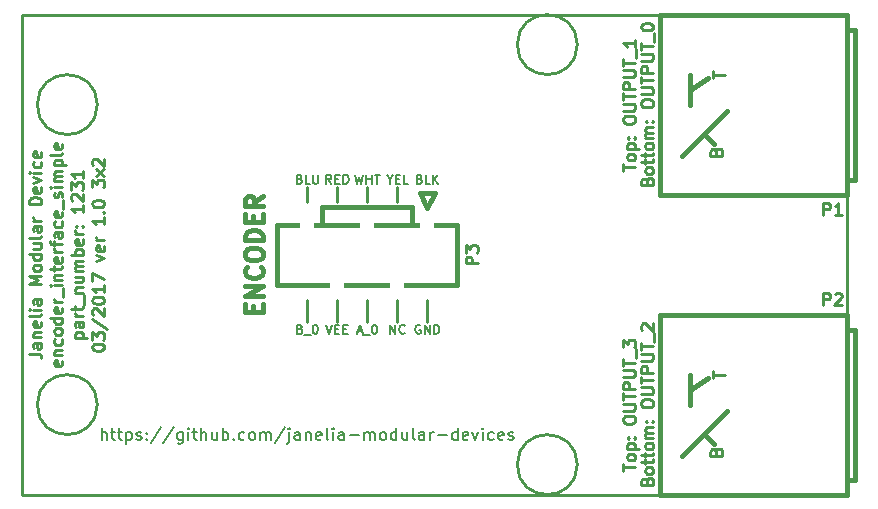
<source format=gto>
G04 #@! TF.GenerationSoftware,KiCad,Pcbnew,no-vcs-found-a592832~58~ubuntu16.04.1*
G04 #@! TF.CreationDate,2017-03-09T13:35:24-05:00*
G04 #@! TF.ProjectId,encoder_interface_simple_3x2,656E636F6465725F696E746572666163,1.0*
G04 #@! TF.FileFunction,Legend,Top*
G04 #@! TF.FilePolarity,Positive*
%FSLAX46Y46*%
G04 Gerber Fmt 4.6, Leading zero omitted, Abs format (unit mm)*
G04 Created by KiCad (PCBNEW no-vcs-found-a592832~58~ubuntu16.04.1) date Thu Mar  9 13:35:24 2017*
%MOMM*%
%LPD*%
G01*
G04 APERTURE LIST*
%ADD10C,0.100000*%
%ADD11C,0.381000*%
%ADD12C,0.228600*%
%ADD13C,0.190500*%
%ADD14C,0.254000*%
%ADD15O,1.854200X2.540000*%
%ADD16R,1.854200X2.540000*%
%ADD17C,3.556000*%
%ADD18O,5.080000X3.048000*%
%ADD19O,2.032000X1.524000*%
%ADD20O,1.524000X2.032000*%
%ADD21R,1.270000X3.175000*%
G04 APERTURE END LIST*
D10*
D11*
X105301142Y-93798571D02*
X105301142Y-93290571D01*
X106099428Y-93072857D02*
X106099428Y-93798571D01*
X104575428Y-93798571D01*
X104575428Y-93072857D01*
X106099428Y-92419714D02*
X104575428Y-92419714D01*
X106099428Y-91548857D01*
X104575428Y-91548857D01*
X105954285Y-89952285D02*
X106026857Y-90024857D01*
X106099428Y-90242571D01*
X106099428Y-90387714D01*
X106026857Y-90605428D01*
X105881714Y-90750571D01*
X105736571Y-90823142D01*
X105446285Y-90895714D01*
X105228571Y-90895714D01*
X104938285Y-90823142D01*
X104793142Y-90750571D01*
X104648000Y-90605428D01*
X104575428Y-90387714D01*
X104575428Y-90242571D01*
X104648000Y-90024857D01*
X104720571Y-89952285D01*
X104575428Y-89008857D02*
X104575428Y-88718571D01*
X104648000Y-88573428D01*
X104793142Y-88428285D01*
X105083428Y-88355714D01*
X105591428Y-88355714D01*
X105881714Y-88428285D01*
X106026857Y-88573428D01*
X106099428Y-88718571D01*
X106099428Y-89008857D01*
X106026857Y-89154000D01*
X105881714Y-89299142D01*
X105591428Y-89371714D01*
X105083428Y-89371714D01*
X104793142Y-89299142D01*
X104648000Y-89154000D01*
X104575428Y-89008857D01*
X106099428Y-87702571D02*
X104575428Y-87702571D01*
X104575428Y-87339714D01*
X104648000Y-87122000D01*
X104793142Y-86976857D01*
X104938285Y-86904285D01*
X105228571Y-86831714D01*
X105446285Y-86831714D01*
X105736571Y-86904285D01*
X105881714Y-86976857D01*
X106026857Y-87122000D01*
X106099428Y-87339714D01*
X106099428Y-87702571D01*
X105301142Y-86178571D02*
X105301142Y-85670571D01*
X106099428Y-85452857D02*
X106099428Y-86178571D01*
X104575428Y-86178571D01*
X104575428Y-85452857D01*
X106099428Y-83928857D02*
X105373714Y-84436857D01*
X106099428Y-84799714D02*
X104575428Y-84799714D01*
X104575428Y-84219142D01*
X104648000Y-84074000D01*
X104720571Y-84001428D01*
X104865714Y-83928857D01*
X105083428Y-83928857D01*
X105228571Y-84001428D01*
X105301142Y-84074000D01*
X105373714Y-84219142D01*
X105373714Y-84799714D01*
D12*
X117475000Y-92710000D02*
X117475000Y-94615000D01*
X112395000Y-92710000D02*
X112395000Y-94615000D01*
X109855000Y-92710000D02*
X109855000Y-94615000D01*
X120015000Y-92710000D02*
X120015000Y-94615000D01*
X114935000Y-92710000D02*
X114935000Y-94615000D01*
X117475000Y-84455000D02*
X117475000Y-83185000D01*
X114935000Y-84455000D02*
X114935000Y-83185000D01*
X112395000Y-84455000D02*
X112395000Y-83185000D01*
X109855000Y-84455000D02*
X109855000Y-83185000D01*
D13*
X114100428Y-95377000D02*
X114463285Y-95377000D01*
X114027857Y-95594714D02*
X114281857Y-94832714D01*
X114535857Y-95594714D01*
X114608428Y-95667285D02*
X115189000Y-95667285D01*
X115515571Y-94832714D02*
X115588142Y-94832714D01*
X115660714Y-94869000D01*
X115697000Y-94905285D01*
X115733285Y-94977857D01*
X115769571Y-95123000D01*
X115769571Y-95304428D01*
X115733285Y-95449571D01*
X115697000Y-95522142D01*
X115660714Y-95558428D01*
X115588142Y-95594714D01*
X115515571Y-95594714D01*
X115443000Y-95558428D01*
X115406714Y-95522142D01*
X115370428Y-95449571D01*
X115334142Y-95304428D01*
X115334142Y-95123000D01*
X115370428Y-94977857D01*
X115406714Y-94905285D01*
X115443000Y-94869000D01*
X115515571Y-94832714D01*
X109256285Y-95195571D02*
X109365142Y-95231857D01*
X109401428Y-95268142D01*
X109437714Y-95340714D01*
X109437714Y-95449571D01*
X109401428Y-95522142D01*
X109365142Y-95558428D01*
X109292571Y-95594714D01*
X109002285Y-95594714D01*
X109002285Y-94832714D01*
X109256285Y-94832714D01*
X109328857Y-94869000D01*
X109365142Y-94905285D01*
X109401428Y-94977857D01*
X109401428Y-95050428D01*
X109365142Y-95123000D01*
X109328857Y-95159285D01*
X109256285Y-95195571D01*
X109002285Y-95195571D01*
X109582857Y-95667285D02*
X110163428Y-95667285D01*
X110490000Y-94832714D02*
X110562571Y-94832714D01*
X110635142Y-94869000D01*
X110671428Y-94905285D01*
X110707714Y-94977857D01*
X110744000Y-95123000D01*
X110744000Y-95304428D01*
X110707714Y-95449571D01*
X110671428Y-95522142D01*
X110635142Y-95558428D01*
X110562571Y-95594714D01*
X110490000Y-95594714D01*
X110417428Y-95558428D01*
X110381142Y-95522142D01*
X110344857Y-95449571D01*
X110308571Y-95304428D01*
X110308571Y-95123000D01*
X110344857Y-94977857D01*
X110381142Y-94905285D01*
X110417428Y-94869000D01*
X110490000Y-94832714D01*
X111451571Y-94832714D02*
X111705571Y-95594714D01*
X111959571Y-94832714D01*
X112213571Y-95195571D02*
X112467571Y-95195571D01*
X112576428Y-95594714D02*
X112213571Y-95594714D01*
X112213571Y-94832714D01*
X112576428Y-94832714D01*
X112903000Y-95195571D02*
X113157000Y-95195571D01*
X113265857Y-95594714D02*
X112903000Y-95594714D01*
X112903000Y-94832714D01*
X113265857Y-94832714D01*
X116876285Y-95594714D02*
X116876285Y-94832714D01*
X117311714Y-95594714D01*
X117311714Y-94832714D01*
X118110000Y-95522142D02*
X118073714Y-95558428D01*
X117964857Y-95594714D01*
X117892285Y-95594714D01*
X117783428Y-95558428D01*
X117710857Y-95485857D01*
X117674571Y-95413285D01*
X117638285Y-95268142D01*
X117638285Y-95159285D01*
X117674571Y-95014142D01*
X117710857Y-94941571D01*
X117783428Y-94869000D01*
X117892285Y-94832714D01*
X117964857Y-94832714D01*
X118073714Y-94869000D01*
X118110000Y-94905285D01*
X119434428Y-94869000D02*
X119361857Y-94832714D01*
X119253000Y-94832714D01*
X119144142Y-94869000D01*
X119071571Y-94941571D01*
X119035285Y-95014142D01*
X118999000Y-95159285D01*
X118999000Y-95268142D01*
X119035285Y-95413285D01*
X119071571Y-95485857D01*
X119144142Y-95558428D01*
X119253000Y-95594714D01*
X119325571Y-95594714D01*
X119434428Y-95558428D01*
X119470714Y-95522142D01*
X119470714Y-95268142D01*
X119325571Y-95268142D01*
X119797285Y-95594714D02*
X119797285Y-94832714D01*
X120232714Y-95594714D01*
X120232714Y-94832714D01*
X120595571Y-95594714D02*
X120595571Y-94832714D01*
X120777000Y-94832714D01*
X120885857Y-94869000D01*
X120958428Y-94941571D01*
X120994714Y-95014142D01*
X121031000Y-95159285D01*
X121031000Y-95268142D01*
X120994714Y-95413285D01*
X120958428Y-95485857D01*
X120885857Y-95558428D01*
X120777000Y-95594714D01*
X120595571Y-95594714D01*
X111905142Y-82894714D02*
X111651142Y-82531857D01*
X111469714Y-82894714D02*
X111469714Y-82132714D01*
X111760000Y-82132714D01*
X111832571Y-82169000D01*
X111868857Y-82205285D01*
X111905142Y-82277857D01*
X111905142Y-82386714D01*
X111868857Y-82459285D01*
X111832571Y-82495571D01*
X111760000Y-82531857D01*
X111469714Y-82531857D01*
X112231714Y-82495571D02*
X112485714Y-82495571D01*
X112594571Y-82894714D02*
X112231714Y-82894714D01*
X112231714Y-82132714D01*
X112594571Y-82132714D01*
X112921142Y-82894714D02*
X112921142Y-82132714D01*
X113102571Y-82132714D01*
X113211428Y-82169000D01*
X113284000Y-82241571D01*
X113320285Y-82314142D01*
X113356571Y-82459285D01*
X113356571Y-82568142D01*
X113320285Y-82713285D01*
X113284000Y-82785857D01*
X113211428Y-82858428D01*
X113102571Y-82894714D01*
X112921142Y-82894714D01*
X119380000Y-82495571D02*
X119488857Y-82531857D01*
X119525142Y-82568142D01*
X119561428Y-82640714D01*
X119561428Y-82749571D01*
X119525142Y-82822142D01*
X119488857Y-82858428D01*
X119416285Y-82894714D01*
X119126000Y-82894714D01*
X119126000Y-82132714D01*
X119380000Y-82132714D01*
X119452571Y-82169000D01*
X119488857Y-82205285D01*
X119525142Y-82277857D01*
X119525142Y-82350428D01*
X119488857Y-82423000D01*
X119452571Y-82459285D01*
X119380000Y-82495571D01*
X119126000Y-82495571D01*
X120250857Y-82894714D02*
X119888000Y-82894714D01*
X119888000Y-82132714D01*
X120504857Y-82894714D02*
X120504857Y-82132714D01*
X120940285Y-82894714D02*
X120613714Y-82459285D01*
X120940285Y-82132714D02*
X120504857Y-82568142D01*
X113919000Y-82132714D02*
X114100428Y-82894714D01*
X114245571Y-82350428D01*
X114390714Y-82894714D01*
X114572142Y-82132714D01*
X114862428Y-82894714D02*
X114862428Y-82132714D01*
X114862428Y-82495571D02*
X115297857Y-82495571D01*
X115297857Y-82894714D02*
X115297857Y-82132714D01*
X115551857Y-82132714D02*
X115987285Y-82132714D01*
X115769571Y-82894714D02*
X115769571Y-82132714D01*
X109201857Y-82495571D02*
X109310714Y-82531857D01*
X109347000Y-82568142D01*
X109383285Y-82640714D01*
X109383285Y-82749571D01*
X109347000Y-82822142D01*
X109310714Y-82858428D01*
X109238142Y-82894714D01*
X108947857Y-82894714D01*
X108947857Y-82132714D01*
X109201857Y-82132714D01*
X109274428Y-82169000D01*
X109310714Y-82205285D01*
X109347000Y-82277857D01*
X109347000Y-82350428D01*
X109310714Y-82423000D01*
X109274428Y-82459285D01*
X109201857Y-82495571D01*
X108947857Y-82495571D01*
X110072714Y-82894714D02*
X109709857Y-82894714D01*
X109709857Y-82132714D01*
X110326714Y-82132714D02*
X110326714Y-82749571D01*
X110363000Y-82822142D01*
X110399285Y-82858428D01*
X110471857Y-82894714D01*
X110617000Y-82894714D01*
X110689571Y-82858428D01*
X110725857Y-82822142D01*
X110762142Y-82749571D01*
X110762142Y-82132714D01*
X116821857Y-82531857D02*
X116821857Y-82894714D01*
X116567857Y-82132714D02*
X116821857Y-82531857D01*
X117075857Y-82132714D01*
X117329857Y-82495571D02*
X117583857Y-82495571D01*
X117692714Y-82894714D02*
X117329857Y-82894714D01*
X117329857Y-82132714D01*
X117692714Y-82132714D01*
X118382142Y-82894714D02*
X118019285Y-82894714D01*
X118019285Y-82132714D01*
D12*
X155575000Y-68580000D02*
X85725000Y-68580000D01*
X155575000Y-109220000D02*
X155575000Y-68580000D01*
X85725000Y-109220000D02*
X155575000Y-109220000D01*
X85725000Y-68580000D02*
X85725000Y-109220000D01*
D13*
X92437857Y-104599619D02*
X92437857Y-103583619D01*
X92873285Y-104599619D02*
X92873285Y-104067428D01*
X92824904Y-103970666D01*
X92728142Y-103922285D01*
X92583000Y-103922285D01*
X92486238Y-103970666D01*
X92437857Y-104019047D01*
X93211952Y-103922285D02*
X93599000Y-103922285D01*
X93357095Y-103583619D02*
X93357095Y-104454476D01*
X93405476Y-104551238D01*
X93502238Y-104599619D01*
X93599000Y-104599619D01*
X93792523Y-103922285D02*
X94179571Y-103922285D01*
X93937666Y-103583619D02*
X93937666Y-104454476D01*
X93986047Y-104551238D01*
X94082809Y-104599619D01*
X94179571Y-104599619D01*
X94518238Y-103922285D02*
X94518238Y-104938285D01*
X94518238Y-103970666D02*
X94615000Y-103922285D01*
X94808523Y-103922285D01*
X94905285Y-103970666D01*
X94953666Y-104019047D01*
X95002047Y-104115809D01*
X95002047Y-104406095D01*
X94953666Y-104502857D01*
X94905285Y-104551238D01*
X94808523Y-104599619D01*
X94615000Y-104599619D01*
X94518238Y-104551238D01*
X95389095Y-104551238D02*
X95485857Y-104599619D01*
X95679380Y-104599619D01*
X95776142Y-104551238D01*
X95824523Y-104454476D01*
X95824523Y-104406095D01*
X95776142Y-104309333D01*
X95679380Y-104260952D01*
X95534238Y-104260952D01*
X95437476Y-104212571D01*
X95389095Y-104115809D01*
X95389095Y-104067428D01*
X95437476Y-103970666D01*
X95534238Y-103922285D01*
X95679380Y-103922285D01*
X95776142Y-103970666D01*
X96259952Y-104502857D02*
X96308333Y-104551238D01*
X96259952Y-104599619D01*
X96211571Y-104551238D01*
X96259952Y-104502857D01*
X96259952Y-104599619D01*
X96259952Y-103970666D02*
X96308333Y-104019047D01*
X96259952Y-104067428D01*
X96211571Y-104019047D01*
X96259952Y-103970666D01*
X96259952Y-104067428D01*
X97469476Y-103535238D02*
X96598619Y-104841523D01*
X98533857Y-103535238D02*
X97663000Y-104841523D01*
X99307952Y-103922285D02*
X99307952Y-104744761D01*
X99259571Y-104841523D01*
X99211190Y-104889904D01*
X99114428Y-104938285D01*
X98969285Y-104938285D01*
X98872523Y-104889904D01*
X99307952Y-104551238D02*
X99211190Y-104599619D01*
X99017666Y-104599619D01*
X98920904Y-104551238D01*
X98872523Y-104502857D01*
X98824142Y-104406095D01*
X98824142Y-104115809D01*
X98872523Y-104019047D01*
X98920904Y-103970666D01*
X99017666Y-103922285D01*
X99211190Y-103922285D01*
X99307952Y-103970666D01*
X99791761Y-104599619D02*
X99791761Y-103922285D01*
X99791761Y-103583619D02*
X99743380Y-103632000D01*
X99791761Y-103680380D01*
X99840142Y-103632000D01*
X99791761Y-103583619D01*
X99791761Y-103680380D01*
X100130428Y-103922285D02*
X100517476Y-103922285D01*
X100275571Y-103583619D02*
X100275571Y-104454476D01*
X100323952Y-104551238D01*
X100420714Y-104599619D01*
X100517476Y-104599619D01*
X100856142Y-104599619D02*
X100856142Y-103583619D01*
X101291571Y-104599619D02*
X101291571Y-104067428D01*
X101243190Y-103970666D01*
X101146428Y-103922285D01*
X101001285Y-103922285D01*
X100904523Y-103970666D01*
X100856142Y-104019047D01*
X102210809Y-103922285D02*
X102210809Y-104599619D01*
X101775380Y-103922285D02*
X101775380Y-104454476D01*
X101823761Y-104551238D01*
X101920523Y-104599619D01*
X102065666Y-104599619D01*
X102162428Y-104551238D01*
X102210809Y-104502857D01*
X102694619Y-104599619D02*
X102694619Y-103583619D01*
X102694619Y-103970666D02*
X102791380Y-103922285D01*
X102984904Y-103922285D01*
X103081666Y-103970666D01*
X103130047Y-104019047D01*
X103178428Y-104115809D01*
X103178428Y-104406095D01*
X103130047Y-104502857D01*
X103081666Y-104551238D01*
X102984904Y-104599619D01*
X102791380Y-104599619D01*
X102694619Y-104551238D01*
X103613857Y-104502857D02*
X103662238Y-104551238D01*
X103613857Y-104599619D01*
X103565476Y-104551238D01*
X103613857Y-104502857D01*
X103613857Y-104599619D01*
X104533095Y-104551238D02*
X104436333Y-104599619D01*
X104242809Y-104599619D01*
X104146047Y-104551238D01*
X104097666Y-104502857D01*
X104049285Y-104406095D01*
X104049285Y-104115809D01*
X104097666Y-104019047D01*
X104146047Y-103970666D01*
X104242809Y-103922285D01*
X104436333Y-103922285D01*
X104533095Y-103970666D01*
X105113666Y-104599619D02*
X105016904Y-104551238D01*
X104968523Y-104502857D01*
X104920142Y-104406095D01*
X104920142Y-104115809D01*
X104968523Y-104019047D01*
X105016904Y-103970666D01*
X105113666Y-103922285D01*
X105258809Y-103922285D01*
X105355571Y-103970666D01*
X105403952Y-104019047D01*
X105452333Y-104115809D01*
X105452333Y-104406095D01*
X105403952Y-104502857D01*
X105355571Y-104551238D01*
X105258809Y-104599619D01*
X105113666Y-104599619D01*
X105887761Y-104599619D02*
X105887761Y-103922285D01*
X105887761Y-104019047D02*
X105936142Y-103970666D01*
X106032904Y-103922285D01*
X106178047Y-103922285D01*
X106274809Y-103970666D01*
X106323190Y-104067428D01*
X106323190Y-104599619D01*
X106323190Y-104067428D02*
X106371571Y-103970666D01*
X106468333Y-103922285D01*
X106613476Y-103922285D01*
X106710238Y-103970666D01*
X106758619Y-104067428D01*
X106758619Y-104599619D01*
X107968142Y-103535238D02*
X107097285Y-104841523D01*
X108306809Y-103922285D02*
X108306809Y-104793142D01*
X108258428Y-104889904D01*
X108161666Y-104938285D01*
X108113285Y-104938285D01*
X108306809Y-103583619D02*
X108258428Y-103632000D01*
X108306809Y-103680380D01*
X108355190Y-103632000D01*
X108306809Y-103583619D01*
X108306809Y-103680380D01*
X109226047Y-104599619D02*
X109226047Y-104067428D01*
X109177666Y-103970666D01*
X109080904Y-103922285D01*
X108887380Y-103922285D01*
X108790619Y-103970666D01*
X109226047Y-104551238D02*
X109129285Y-104599619D01*
X108887380Y-104599619D01*
X108790619Y-104551238D01*
X108742238Y-104454476D01*
X108742238Y-104357714D01*
X108790619Y-104260952D01*
X108887380Y-104212571D01*
X109129285Y-104212571D01*
X109226047Y-104164190D01*
X109709857Y-103922285D02*
X109709857Y-104599619D01*
X109709857Y-104019047D02*
X109758238Y-103970666D01*
X109855000Y-103922285D01*
X110000142Y-103922285D01*
X110096904Y-103970666D01*
X110145285Y-104067428D01*
X110145285Y-104599619D01*
X111016142Y-104551238D02*
X110919380Y-104599619D01*
X110725857Y-104599619D01*
X110629095Y-104551238D01*
X110580714Y-104454476D01*
X110580714Y-104067428D01*
X110629095Y-103970666D01*
X110725857Y-103922285D01*
X110919380Y-103922285D01*
X111016142Y-103970666D01*
X111064523Y-104067428D01*
X111064523Y-104164190D01*
X110580714Y-104260952D01*
X111645095Y-104599619D02*
X111548333Y-104551238D01*
X111499952Y-104454476D01*
X111499952Y-103583619D01*
X112032142Y-104599619D02*
X112032142Y-103922285D01*
X112032142Y-103583619D02*
X111983761Y-103632000D01*
X112032142Y-103680380D01*
X112080523Y-103632000D01*
X112032142Y-103583619D01*
X112032142Y-103680380D01*
X112951380Y-104599619D02*
X112951380Y-104067428D01*
X112903000Y-103970666D01*
X112806238Y-103922285D01*
X112612714Y-103922285D01*
X112515952Y-103970666D01*
X112951380Y-104551238D02*
X112854619Y-104599619D01*
X112612714Y-104599619D01*
X112515952Y-104551238D01*
X112467571Y-104454476D01*
X112467571Y-104357714D01*
X112515952Y-104260952D01*
X112612714Y-104212571D01*
X112854619Y-104212571D01*
X112951380Y-104164190D01*
X113435190Y-104212571D02*
X114209285Y-104212571D01*
X114693095Y-104599619D02*
X114693095Y-103922285D01*
X114693095Y-104019047D02*
X114741476Y-103970666D01*
X114838238Y-103922285D01*
X114983380Y-103922285D01*
X115080142Y-103970666D01*
X115128523Y-104067428D01*
X115128523Y-104599619D01*
X115128523Y-104067428D02*
X115176904Y-103970666D01*
X115273666Y-103922285D01*
X115418809Y-103922285D01*
X115515571Y-103970666D01*
X115563952Y-104067428D01*
X115563952Y-104599619D01*
X116192904Y-104599619D02*
X116096142Y-104551238D01*
X116047761Y-104502857D01*
X115999380Y-104406095D01*
X115999380Y-104115809D01*
X116047761Y-104019047D01*
X116096142Y-103970666D01*
X116192904Y-103922285D01*
X116338047Y-103922285D01*
X116434809Y-103970666D01*
X116483190Y-104019047D01*
X116531571Y-104115809D01*
X116531571Y-104406095D01*
X116483190Y-104502857D01*
X116434809Y-104551238D01*
X116338047Y-104599619D01*
X116192904Y-104599619D01*
X117402428Y-104599619D02*
X117402428Y-103583619D01*
X117402428Y-104551238D02*
X117305666Y-104599619D01*
X117112142Y-104599619D01*
X117015380Y-104551238D01*
X116967000Y-104502857D01*
X116918619Y-104406095D01*
X116918619Y-104115809D01*
X116967000Y-104019047D01*
X117015380Y-103970666D01*
X117112142Y-103922285D01*
X117305666Y-103922285D01*
X117402428Y-103970666D01*
X118321666Y-103922285D02*
X118321666Y-104599619D01*
X117886238Y-103922285D02*
X117886238Y-104454476D01*
X117934619Y-104551238D01*
X118031380Y-104599619D01*
X118176523Y-104599619D01*
X118273285Y-104551238D01*
X118321666Y-104502857D01*
X118950619Y-104599619D02*
X118853857Y-104551238D01*
X118805476Y-104454476D01*
X118805476Y-103583619D01*
X119773095Y-104599619D02*
X119773095Y-104067428D01*
X119724714Y-103970666D01*
X119627952Y-103922285D01*
X119434428Y-103922285D01*
X119337666Y-103970666D01*
X119773095Y-104551238D02*
X119676333Y-104599619D01*
X119434428Y-104599619D01*
X119337666Y-104551238D01*
X119289285Y-104454476D01*
X119289285Y-104357714D01*
X119337666Y-104260952D01*
X119434428Y-104212571D01*
X119676333Y-104212571D01*
X119773095Y-104164190D01*
X120256904Y-104599619D02*
X120256904Y-103922285D01*
X120256904Y-104115809D02*
X120305285Y-104019047D01*
X120353666Y-103970666D01*
X120450428Y-103922285D01*
X120547190Y-103922285D01*
X120885857Y-104212571D02*
X121659952Y-104212571D01*
X122579190Y-104599619D02*
X122579190Y-103583619D01*
X122579190Y-104551238D02*
X122482428Y-104599619D01*
X122288904Y-104599619D01*
X122192142Y-104551238D01*
X122143761Y-104502857D01*
X122095380Y-104406095D01*
X122095380Y-104115809D01*
X122143761Y-104019047D01*
X122192142Y-103970666D01*
X122288904Y-103922285D01*
X122482428Y-103922285D01*
X122579190Y-103970666D01*
X123450047Y-104551238D02*
X123353285Y-104599619D01*
X123159761Y-104599619D01*
X123063000Y-104551238D01*
X123014619Y-104454476D01*
X123014619Y-104067428D01*
X123063000Y-103970666D01*
X123159761Y-103922285D01*
X123353285Y-103922285D01*
X123450047Y-103970666D01*
X123498428Y-104067428D01*
X123498428Y-104164190D01*
X123014619Y-104260952D01*
X123837095Y-103922285D02*
X124079000Y-104599619D01*
X124320904Y-103922285D01*
X124707952Y-104599619D02*
X124707952Y-103922285D01*
X124707952Y-103583619D02*
X124659571Y-103632000D01*
X124707952Y-103680380D01*
X124756333Y-103632000D01*
X124707952Y-103583619D01*
X124707952Y-103680380D01*
X125627190Y-104551238D02*
X125530428Y-104599619D01*
X125336904Y-104599619D01*
X125240142Y-104551238D01*
X125191761Y-104502857D01*
X125143380Y-104406095D01*
X125143380Y-104115809D01*
X125191761Y-104019047D01*
X125240142Y-103970666D01*
X125336904Y-103922285D01*
X125530428Y-103922285D01*
X125627190Y-103970666D01*
X126449666Y-104551238D02*
X126352904Y-104599619D01*
X126159380Y-104599619D01*
X126062619Y-104551238D01*
X126014238Y-104454476D01*
X126014238Y-104067428D01*
X126062619Y-103970666D01*
X126159380Y-103922285D01*
X126352904Y-103922285D01*
X126449666Y-103970666D01*
X126498047Y-104067428D01*
X126498047Y-104164190D01*
X126014238Y-104260952D01*
X126885095Y-104551238D02*
X126981857Y-104599619D01*
X127175380Y-104599619D01*
X127272142Y-104551238D01*
X127320523Y-104454476D01*
X127320523Y-104406095D01*
X127272142Y-104309333D01*
X127175380Y-104260952D01*
X127030238Y-104260952D01*
X126933476Y-104212571D01*
X126885095Y-104115809D01*
X126885095Y-104067428D01*
X126933476Y-103970666D01*
X127030238Y-103922285D01*
X127175380Y-103922285D01*
X127272142Y-103970666D01*
D14*
X86311619Y-97294095D02*
X87037333Y-97294095D01*
X87182476Y-97342476D01*
X87279238Y-97439238D01*
X87327619Y-97584380D01*
X87327619Y-97681142D01*
X87327619Y-96374857D02*
X86795428Y-96374857D01*
X86698666Y-96423238D01*
X86650285Y-96520000D01*
X86650285Y-96713523D01*
X86698666Y-96810285D01*
X87279238Y-96374857D02*
X87327619Y-96471619D01*
X87327619Y-96713523D01*
X87279238Y-96810285D01*
X87182476Y-96858666D01*
X87085714Y-96858666D01*
X86988952Y-96810285D01*
X86940571Y-96713523D01*
X86940571Y-96471619D01*
X86892190Y-96374857D01*
X86650285Y-95891047D02*
X87327619Y-95891047D01*
X86747047Y-95891047D02*
X86698666Y-95842666D01*
X86650285Y-95745904D01*
X86650285Y-95600761D01*
X86698666Y-95504000D01*
X86795428Y-95455619D01*
X87327619Y-95455619D01*
X87279238Y-94584761D02*
X87327619Y-94681523D01*
X87327619Y-94875047D01*
X87279238Y-94971809D01*
X87182476Y-95020190D01*
X86795428Y-95020190D01*
X86698666Y-94971809D01*
X86650285Y-94875047D01*
X86650285Y-94681523D01*
X86698666Y-94584761D01*
X86795428Y-94536380D01*
X86892190Y-94536380D01*
X86988952Y-95020190D01*
X87327619Y-93955809D02*
X87279238Y-94052571D01*
X87182476Y-94100952D01*
X86311619Y-94100952D01*
X87327619Y-93568761D02*
X86650285Y-93568761D01*
X86311619Y-93568761D02*
X86360000Y-93617142D01*
X86408380Y-93568761D01*
X86360000Y-93520380D01*
X86311619Y-93568761D01*
X86408380Y-93568761D01*
X87327619Y-92649523D02*
X86795428Y-92649523D01*
X86698666Y-92697904D01*
X86650285Y-92794666D01*
X86650285Y-92988190D01*
X86698666Y-93084952D01*
X87279238Y-92649523D02*
X87327619Y-92746285D01*
X87327619Y-92988190D01*
X87279238Y-93084952D01*
X87182476Y-93133333D01*
X87085714Y-93133333D01*
X86988952Y-93084952D01*
X86940571Y-92988190D01*
X86940571Y-92746285D01*
X86892190Y-92649523D01*
X87327619Y-91391619D02*
X86311619Y-91391619D01*
X87037333Y-91052952D01*
X86311619Y-90714285D01*
X87327619Y-90714285D01*
X87327619Y-90085333D02*
X87279238Y-90182095D01*
X87230857Y-90230476D01*
X87134095Y-90278857D01*
X86843809Y-90278857D01*
X86747047Y-90230476D01*
X86698666Y-90182095D01*
X86650285Y-90085333D01*
X86650285Y-89940190D01*
X86698666Y-89843428D01*
X86747047Y-89795047D01*
X86843809Y-89746666D01*
X87134095Y-89746666D01*
X87230857Y-89795047D01*
X87279238Y-89843428D01*
X87327619Y-89940190D01*
X87327619Y-90085333D01*
X87327619Y-88875809D02*
X86311619Y-88875809D01*
X87279238Y-88875809D02*
X87327619Y-88972571D01*
X87327619Y-89166095D01*
X87279238Y-89262857D01*
X87230857Y-89311238D01*
X87134095Y-89359619D01*
X86843809Y-89359619D01*
X86747047Y-89311238D01*
X86698666Y-89262857D01*
X86650285Y-89166095D01*
X86650285Y-88972571D01*
X86698666Y-88875809D01*
X86650285Y-87956571D02*
X87327619Y-87956571D01*
X86650285Y-88392000D02*
X87182476Y-88392000D01*
X87279238Y-88343619D01*
X87327619Y-88246857D01*
X87327619Y-88101714D01*
X87279238Y-88004952D01*
X87230857Y-87956571D01*
X87327619Y-87327619D02*
X87279238Y-87424380D01*
X87182476Y-87472761D01*
X86311619Y-87472761D01*
X87327619Y-86505142D02*
X86795428Y-86505142D01*
X86698666Y-86553523D01*
X86650285Y-86650285D01*
X86650285Y-86843809D01*
X86698666Y-86940571D01*
X87279238Y-86505142D02*
X87327619Y-86601904D01*
X87327619Y-86843809D01*
X87279238Y-86940571D01*
X87182476Y-86988952D01*
X87085714Y-86988952D01*
X86988952Y-86940571D01*
X86940571Y-86843809D01*
X86940571Y-86601904D01*
X86892190Y-86505142D01*
X87327619Y-86021333D02*
X86650285Y-86021333D01*
X86843809Y-86021333D02*
X86747047Y-85972952D01*
X86698666Y-85924571D01*
X86650285Y-85827809D01*
X86650285Y-85731047D01*
X87327619Y-84618285D02*
X86311619Y-84618285D01*
X86311619Y-84376380D01*
X86360000Y-84231238D01*
X86456761Y-84134476D01*
X86553523Y-84086095D01*
X86747047Y-84037714D01*
X86892190Y-84037714D01*
X87085714Y-84086095D01*
X87182476Y-84134476D01*
X87279238Y-84231238D01*
X87327619Y-84376380D01*
X87327619Y-84618285D01*
X87279238Y-83215238D02*
X87327619Y-83312000D01*
X87327619Y-83505523D01*
X87279238Y-83602285D01*
X87182476Y-83650666D01*
X86795428Y-83650666D01*
X86698666Y-83602285D01*
X86650285Y-83505523D01*
X86650285Y-83312000D01*
X86698666Y-83215238D01*
X86795428Y-83166857D01*
X86892190Y-83166857D01*
X86988952Y-83650666D01*
X86650285Y-82828190D02*
X87327619Y-82586285D01*
X86650285Y-82344380D01*
X87327619Y-81957333D02*
X86650285Y-81957333D01*
X86311619Y-81957333D02*
X86360000Y-82005714D01*
X86408380Y-81957333D01*
X86360000Y-81908952D01*
X86311619Y-81957333D01*
X86408380Y-81957333D01*
X87279238Y-81038095D02*
X87327619Y-81134857D01*
X87327619Y-81328380D01*
X87279238Y-81425142D01*
X87230857Y-81473523D01*
X87134095Y-81521904D01*
X86843809Y-81521904D01*
X86747047Y-81473523D01*
X86698666Y-81425142D01*
X86650285Y-81328380D01*
X86650285Y-81134857D01*
X86698666Y-81038095D01*
X87279238Y-80215619D02*
X87327619Y-80312380D01*
X87327619Y-80505904D01*
X87279238Y-80602666D01*
X87182476Y-80651047D01*
X86795428Y-80651047D01*
X86698666Y-80602666D01*
X86650285Y-80505904D01*
X86650285Y-80312380D01*
X86698666Y-80215619D01*
X86795428Y-80167238D01*
X86892190Y-80167238D01*
X86988952Y-80651047D01*
X89057238Y-97898857D02*
X89105619Y-97995619D01*
X89105619Y-98189142D01*
X89057238Y-98285904D01*
X88960476Y-98334285D01*
X88573428Y-98334285D01*
X88476666Y-98285904D01*
X88428285Y-98189142D01*
X88428285Y-97995619D01*
X88476666Y-97898857D01*
X88573428Y-97850476D01*
X88670190Y-97850476D01*
X88766952Y-98334285D01*
X88428285Y-97415047D02*
X89105619Y-97415047D01*
X88525047Y-97415047D02*
X88476666Y-97366666D01*
X88428285Y-97269904D01*
X88428285Y-97124761D01*
X88476666Y-97028000D01*
X88573428Y-96979619D01*
X89105619Y-96979619D01*
X89057238Y-96060380D02*
X89105619Y-96157142D01*
X89105619Y-96350666D01*
X89057238Y-96447428D01*
X89008857Y-96495809D01*
X88912095Y-96544190D01*
X88621809Y-96544190D01*
X88525047Y-96495809D01*
X88476666Y-96447428D01*
X88428285Y-96350666D01*
X88428285Y-96157142D01*
X88476666Y-96060380D01*
X89105619Y-95479809D02*
X89057238Y-95576571D01*
X89008857Y-95624952D01*
X88912095Y-95673333D01*
X88621809Y-95673333D01*
X88525047Y-95624952D01*
X88476666Y-95576571D01*
X88428285Y-95479809D01*
X88428285Y-95334666D01*
X88476666Y-95237904D01*
X88525047Y-95189523D01*
X88621809Y-95141142D01*
X88912095Y-95141142D01*
X89008857Y-95189523D01*
X89057238Y-95237904D01*
X89105619Y-95334666D01*
X89105619Y-95479809D01*
X89105619Y-94270285D02*
X88089619Y-94270285D01*
X89057238Y-94270285D02*
X89105619Y-94367047D01*
X89105619Y-94560571D01*
X89057238Y-94657333D01*
X89008857Y-94705714D01*
X88912095Y-94754095D01*
X88621809Y-94754095D01*
X88525047Y-94705714D01*
X88476666Y-94657333D01*
X88428285Y-94560571D01*
X88428285Y-94367047D01*
X88476666Y-94270285D01*
X89057238Y-93399428D02*
X89105619Y-93496190D01*
X89105619Y-93689714D01*
X89057238Y-93786476D01*
X88960476Y-93834857D01*
X88573428Y-93834857D01*
X88476666Y-93786476D01*
X88428285Y-93689714D01*
X88428285Y-93496190D01*
X88476666Y-93399428D01*
X88573428Y-93351047D01*
X88670190Y-93351047D01*
X88766952Y-93834857D01*
X89105619Y-92915619D02*
X88428285Y-92915619D01*
X88621809Y-92915619D02*
X88525047Y-92867238D01*
X88476666Y-92818857D01*
X88428285Y-92722095D01*
X88428285Y-92625333D01*
X89202380Y-92528571D02*
X89202380Y-91754476D01*
X89105619Y-91512571D02*
X88428285Y-91512571D01*
X88089619Y-91512571D02*
X88138000Y-91560952D01*
X88186380Y-91512571D01*
X88138000Y-91464190D01*
X88089619Y-91512571D01*
X88186380Y-91512571D01*
X88428285Y-91028761D02*
X89105619Y-91028761D01*
X88525047Y-91028761D02*
X88476666Y-90980380D01*
X88428285Y-90883619D01*
X88428285Y-90738476D01*
X88476666Y-90641714D01*
X88573428Y-90593333D01*
X89105619Y-90593333D01*
X88428285Y-90254666D02*
X88428285Y-89867619D01*
X88089619Y-90109523D02*
X88960476Y-90109523D01*
X89057238Y-90061142D01*
X89105619Y-89964380D01*
X89105619Y-89867619D01*
X89057238Y-89141904D02*
X89105619Y-89238666D01*
X89105619Y-89432190D01*
X89057238Y-89528952D01*
X88960476Y-89577333D01*
X88573428Y-89577333D01*
X88476666Y-89528952D01*
X88428285Y-89432190D01*
X88428285Y-89238666D01*
X88476666Y-89141904D01*
X88573428Y-89093523D01*
X88670190Y-89093523D01*
X88766952Y-89577333D01*
X89105619Y-88658095D02*
X88428285Y-88658095D01*
X88621809Y-88658095D02*
X88525047Y-88609714D01*
X88476666Y-88561333D01*
X88428285Y-88464571D01*
X88428285Y-88367809D01*
X88428285Y-88174285D02*
X88428285Y-87787238D01*
X89105619Y-88029142D02*
X88234761Y-88029142D01*
X88138000Y-87980761D01*
X88089619Y-87884000D01*
X88089619Y-87787238D01*
X89105619Y-87013142D02*
X88573428Y-87013142D01*
X88476666Y-87061523D01*
X88428285Y-87158285D01*
X88428285Y-87351809D01*
X88476666Y-87448571D01*
X89057238Y-87013142D02*
X89105619Y-87109904D01*
X89105619Y-87351809D01*
X89057238Y-87448571D01*
X88960476Y-87496952D01*
X88863714Y-87496952D01*
X88766952Y-87448571D01*
X88718571Y-87351809D01*
X88718571Y-87109904D01*
X88670190Y-87013142D01*
X89057238Y-86093904D02*
X89105619Y-86190666D01*
X89105619Y-86384190D01*
X89057238Y-86480952D01*
X89008857Y-86529333D01*
X88912095Y-86577714D01*
X88621809Y-86577714D01*
X88525047Y-86529333D01*
X88476666Y-86480952D01*
X88428285Y-86384190D01*
X88428285Y-86190666D01*
X88476666Y-86093904D01*
X89057238Y-85271428D02*
X89105619Y-85368190D01*
X89105619Y-85561714D01*
X89057238Y-85658476D01*
X88960476Y-85706857D01*
X88573428Y-85706857D01*
X88476666Y-85658476D01*
X88428285Y-85561714D01*
X88428285Y-85368190D01*
X88476666Y-85271428D01*
X88573428Y-85223047D01*
X88670190Y-85223047D01*
X88766952Y-85706857D01*
X89202380Y-85029523D02*
X89202380Y-84255428D01*
X89057238Y-84061904D02*
X89105619Y-83965142D01*
X89105619Y-83771619D01*
X89057238Y-83674857D01*
X88960476Y-83626476D01*
X88912095Y-83626476D01*
X88815333Y-83674857D01*
X88766952Y-83771619D01*
X88766952Y-83916761D01*
X88718571Y-84013523D01*
X88621809Y-84061904D01*
X88573428Y-84061904D01*
X88476666Y-84013523D01*
X88428285Y-83916761D01*
X88428285Y-83771619D01*
X88476666Y-83674857D01*
X89105619Y-83191047D02*
X88428285Y-83191047D01*
X88089619Y-83191047D02*
X88138000Y-83239428D01*
X88186380Y-83191047D01*
X88138000Y-83142666D01*
X88089619Y-83191047D01*
X88186380Y-83191047D01*
X89105619Y-82707238D02*
X88428285Y-82707238D01*
X88525047Y-82707238D02*
X88476666Y-82658857D01*
X88428285Y-82562095D01*
X88428285Y-82416952D01*
X88476666Y-82320190D01*
X88573428Y-82271809D01*
X89105619Y-82271809D01*
X88573428Y-82271809D02*
X88476666Y-82223428D01*
X88428285Y-82126666D01*
X88428285Y-81981523D01*
X88476666Y-81884761D01*
X88573428Y-81836380D01*
X89105619Y-81836380D01*
X88428285Y-81352571D02*
X89444285Y-81352571D01*
X88476666Y-81352571D02*
X88428285Y-81255809D01*
X88428285Y-81062285D01*
X88476666Y-80965523D01*
X88525047Y-80917142D01*
X88621809Y-80868761D01*
X88912095Y-80868761D01*
X89008857Y-80917142D01*
X89057238Y-80965523D01*
X89105619Y-81062285D01*
X89105619Y-81255809D01*
X89057238Y-81352571D01*
X89105619Y-80288190D02*
X89057238Y-80384952D01*
X88960476Y-80433333D01*
X88089619Y-80433333D01*
X89057238Y-79514095D02*
X89105619Y-79610857D01*
X89105619Y-79804380D01*
X89057238Y-79901142D01*
X88960476Y-79949523D01*
X88573428Y-79949523D01*
X88476666Y-79901142D01*
X88428285Y-79804380D01*
X88428285Y-79610857D01*
X88476666Y-79514095D01*
X88573428Y-79465714D01*
X88670190Y-79465714D01*
X88766952Y-79949523D01*
X90206285Y-95939428D02*
X91222285Y-95939428D01*
X90254666Y-95939428D02*
X90206285Y-95842666D01*
X90206285Y-95649142D01*
X90254666Y-95552380D01*
X90303047Y-95504000D01*
X90399809Y-95455619D01*
X90690095Y-95455619D01*
X90786857Y-95504000D01*
X90835238Y-95552380D01*
X90883619Y-95649142D01*
X90883619Y-95842666D01*
X90835238Y-95939428D01*
X90883619Y-94584761D02*
X90351428Y-94584761D01*
X90254666Y-94633142D01*
X90206285Y-94729904D01*
X90206285Y-94923428D01*
X90254666Y-95020190D01*
X90835238Y-94584761D02*
X90883619Y-94681523D01*
X90883619Y-94923428D01*
X90835238Y-95020190D01*
X90738476Y-95068571D01*
X90641714Y-95068571D01*
X90544952Y-95020190D01*
X90496571Y-94923428D01*
X90496571Y-94681523D01*
X90448190Y-94584761D01*
X90883619Y-94100952D02*
X90206285Y-94100952D01*
X90399809Y-94100952D02*
X90303047Y-94052571D01*
X90254666Y-94004190D01*
X90206285Y-93907428D01*
X90206285Y-93810666D01*
X90206285Y-93617142D02*
X90206285Y-93230095D01*
X89867619Y-93472000D02*
X90738476Y-93472000D01*
X90835238Y-93423619D01*
X90883619Y-93326857D01*
X90883619Y-93230095D01*
X90980380Y-93133333D02*
X90980380Y-92359238D01*
X90206285Y-92117333D02*
X90883619Y-92117333D01*
X90303047Y-92117333D02*
X90254666Y-92068952D01*
X90206285Y-91972190D01*
X90206285Y-91827047D01*
X90254666Y-91730285D01*
X90351428Y-91681904D01*
X90883619Y-91681904D01*
X90206285Y-90762666D02*
X90883619Y-90762666D01*
X90206285Y-91198095D02*
X90738476Y-91198095D01*
X90835238Y-91149714D01*
X90883619Y-91052952D01*
X90883619Y-90907809D01*
X90835238Y-90811047D01*
X90786857Y-90762666D01*
X90883619Y-90278857D02*
X90206285Y-90278857D01*
X90303047Y-90278857D02*
X90254666Y-90230476D01*
X90206285Y-90133714D01*
X90206285Y-89988571D01*
X90254666Y-89891809D01*
X90351428Y-89843428D01*
X90883619Y-89843428D01*
X90351428Y-89843428D02*
X90254666Y-89795047D01*
X90206285Y-89698285D01*
X90206285Y-89553142D01*
X90254666Y-89456380D01*
X90351428Y-89408000D01*
X90883619Y-89408000D01*
X90883619Y-88924190D02*
X89867619Y-88924190D01*
X90254666Y-88924190D02*
X90206285Y-88827428D01*
X90206285Y-88633904D01*
X90254666Y-88537142D01*
X90303047Y-88488761D01*
X90399809Y-88440380D01*
X90690095Y-88440380D01*
X90786857Y-88488761D01*
X90835238Y-88537142D01*
X90883619Y-88633904D01*
X90883619Y-88827428D01*
X90835238Y-88924190D01*
X90835238Y-87617904D02*
X90883619Y-87714666D01*
X90883619Y-87908190D01*
X90835238Y-88004952D01*
X90738476Y-88053333D01*
X90351428Y-88053333D01*
X90254666Y-88004952D01*
X90206285Y-87908190D01*
X90206285Y-87714666D01*
X90254666Y-87617904D01*
X90351428Y-87569523D01*
X90448190Y-87569523D01*
X90544952Y-88053333D01*
X90883619Y-87134095D02*
X90206285Y-87134095D01*
X90399809Y-87134095D02*
X90303047Y-87085714D01*
X90254666Y-87037333D01*
X90206285Y-86940571D01*
X90206285Y-86843809D01*
X90786857Y-86505142D02*
X90835238Y-86456761D01*
X90883619Y-86505142D01*
X90835238Y-86553523D01*
X90786857Y-86505142D01*
X90883619Y-86505142D01*
X90254666Y-86505142D02*
X90303047Y-86456761D01*
X90351428Y-86505142D01*
X90303047Y-86553523D01*
X90254666Y-86505142D01*
X90351428Y-86505142D01*
X90883619Y-84715047D02*
X90883619Y-85295619D01*
X90883619Y-85005333D02*
X89867619Y-85005333D01*
X90012761Y-85102095D01*
X90109523Y-85198857D01*
X90157904Y-85295619D01*
X89964380Y-84328000D02*
X89916000Y-84279619D01*
X89867619Y-84182857D01*
X89867619Y-83940952D01*
X89916000Y-83844190D01*
X89964380Y-83795809D01*
X90061142Y-83747428D01*
X90157904Y-83747428D01*
X90303047Y-83795809D01*
X90883619Y-84376380D01*
X90883619Y-83747428D01*
X89867619Y-83408761D02*
X89867619Y-82779809D01*
X90254666Y-83118476D01*
X90254666Y-82973333D01*
X90303047Y-82876571D01*
X90351428Y-82828190D01*
X90448190Y-82779809D01*
X90690095Y-82779809D01*
X90786857Y-82828190D01*
X90835238Y-82876571D01*
X90883619Y-82973333D01*
X90883619Y-83263619D01*
X90835238Y-83360380D01*
X90786857Y-83408761D01*
X90883619Y-81812190D02*
X90883619Y-82392761D01*
X90883619Y-82102476D02*
X89867619Y-82102476D01*
X90012761Y-82199238D01*
X90109523Y-82295999D01*
X90157904Y-82392761D01*
X91645619Y-96786095D02*
X91645619Y-96689333D01*
X91694000Y-96592571D01*
X91742380Y-96544190D01*
X91839142Y-96495809D01*
X92032666Y-96447428D01*
X92274571Y-96447428D01*
X92468095Y-96495809D01*
X92564857Y-96544190D01*
X92613238Y-96592571D01*
X92661619Y-96689333D01*
X92661619Y-96786095D01*
X92613238Y-96882857D01*
X92564857Y-96931238D01*
X92468095Y-96979619D01*
X92274571Y-97028000D01*
X92032666Y-97028000D01*
X91839142Y-96979619D01*
X91742380Y-96931238D01*
X91694000Y-96882857D01*
X91645619Y-96786095D01*
X91645619Y-96108761D02*
X91645619Y-95479809D01*
X92032666Y-95818476D01*
X92032666Y-95673333D01*
X92081047Y-95576571D01*
X92129428Y-95528190D01*
X92226190Y-95479809D01*
X92468095Y-95479809D01*
X92564857Y-95528190D01*
X92613238Y-95576571D01*
X92661619Y-95673333D01*
X92661619Y-95963619D01*
X92613238Y-96060380D01*
X92564857Y-96108761D01*
X91597238Y-94318666D02*
X92903523Y-95189523D01*
X91742380Y-94028380D02*
X91694000Y-93980000D01*
X91645619Y-93883238D01*
X91645619Y-93641333D01*
X91694000Y-93544571D01*
X91742380Y-93496190D01*
X91839142Y-93447809D01*
X91935904Y-93447809D01*
X92081047Y-93496190D01*
X92661619Y-94076761D01*
X92661619Y-93447809D01*
X91645619Y-92818857D02*
X91645619Y-92722095D01*
X91694000Y-92625333D01*
X91742380Y-92576952D01*
X91839142Y-92528571D01*
X92032666Y-92480190D01*
X92274571Y-92480190D01*
X92468095Y-92528571D01*
X92564857Y-92576952D01*
X92613238Y-92625333D01*
X92661619Y-92722095D01*
X92661619Y-92818857D01*
X92613238Y-92915619D01*
X92564857Y-92964000D01*
X92468095Y-93012380D01*
X92274571Y-93060761D01*
X92032666Y-93060761D01*
X91839142Y-93012380D01*
X91742380Y-92964000D01*
X91694000Y-92915619D01*
X91645619Y-92818857D01*
X92661619Y-91512571D02*
X92661619Y-92093142D01*
X92661619Y-91802857D02*
X91645619Y-91802857D01*
X91790761Y-91899619D01*
X91887523Y-91996380D01*
X91935904Y-92093142D01*
X91645619Y-91173904D02*
X91645619Y-90496571D01*
X92661619Y-90932000D01*
X91984285Y-89432190D02*
X92661619Y-89190285D01*
X91984285Y-88948380D01*
X92613238Y-88174285D02*
X92661619Y-88271047D01*
X92661619Y-88464571D01*
X92613238Y-88561333D01*
X92516476Y-88609714D01*
X92129428Y-88609714D01*
X92032666Y-88561333D01*
X91984285Y-88464571D01*
X91984285Y-88271047D01*
X92032666Y-88174285D01*
X92129428Y-88125904D01*
X92226190Y-88125904D01*
X92322952Y-88609714D01*
X92661619Y-87690476D02*
X91984285Y-87690476D01*
X92177809Y-87690476D02*
X92081047Y-87642095D01*
X92032666Y-87593714D01*
X91984285Y-87496952D01*
X91984285Y-87400190D01*
X92661619Y-85755238D02*
X92661619Y-86335809D01*
X92661619Y-86045523D02*
X91645619Y-86045523D01*
X91790761Y-86142285D01*
X91887523Y-86239047D01*
X91935904Y-86335809D01*
X92564857Y-85319809D02*
X92613238Y-85271428D01*
X92661619Y-85319809D01*
X92613238Y-85368190D01*
X92564857Y-85319809D01*
X92661619Y-85319809D01*
X91645619Y-84642476D02*
X91645619Y-84545714D01*
X91694000Y-84448952D01*
X91742380Y-84400571D01*
X91839142Y-84352190D01*
X92032666Y-84303809D01*
X92274571Y-84303809D01*
X92468095Y-84352190D01*
X92564857Y-84400571D01*
X92613238Y-84448952D01*
X92661619Y-84545714D01*
X92661619Y-84642476D01*
X92613238Y-84739238D01*
X92564857Y-84787619D01*
X92468095Y-84836000D01*
X92274571Y-84884380D01*
X92032666Y-84884380D01*
X91839142Y-84836000D01*
X91742380Y-84787619D01*
X91694000Y-84739238D01*
X91645619Y-84642476D01*
X91645619Y-83191047D02*
X91645619Y-82562095D01*
X92032666Y-82900761D01*
X92032666Y-82755619D01*
X92081047Y-82658857D01*
X92129428Y-82610476D01*
X92226190Y-82562095D01*
X92468095Y-82562095D01*
X92564857Y-82610476D01*
X92613238Y-82658857D01*
X92661619Y-82755619D01*
X92661619Y-83045904D01*
X92613238Y-83142666D01*
X92564857Y-83191047D01*
X92661619Y-82223428D02*
X91984285Y-81691238D01*
X91984285Y-82223428D02*
X92661619Y-81691238D01*
X91742380Y-81352571D02*
X91694000Y-81304190D01*
X91645619Y-81207428D01*
X91645619Y-80965523D01*
X91694000Y-80868761D01*
X91742380Y-80820380D01*
X91839142Y-80772000D01*
X91935904Y-80772000D01*
X92081047Y-80820380D01*
X92661619Y-81400952D01*
X92661619Y-80772000D01*
D12*
X92075000Y-76200000D02*
G75*
G03X92075000Y-76200000I-2540000J0D01*
G01*
X92075000Y-101600000D02*
G75*
G03X92075000Y-101600000I-2540000J0D01*
G01*
X132715000Y-106680000D02*
G75*
G03X132715000Y-106680000I-2540000J0D01*
G01*
X132715000Y-71120000D02*
G75*
G03X132715000Y-71120000I-2540000J0D01*
G01*
D11*
X143510000Y-78740000D02*
X144272000Y-79502000D01*
X142240000Y-74930000D02*
X143764000Y-73914000D01*
X155575000Y-69850000D02*
X156210000Y-69850000D01*
X156210000Y-69850000D02*
X156210000Y-82550000D01*
X156210000Y-82550000D02*
X155575000Y-82550000D01*
X155575000Y-68580000D02*
X139700000Y-68580000D01*
X139700000Y-68580000D02*
X139700000Y-83820000D01*
X139700000Y-83820000D02*
X155575000Y-83820000D01*
X155575000Y-83820000D02*
X155575000Y-68580000D01*
X141605000Y-80518000D02*
X145415000Y-76708000D01*
X142240000Y-76200000D02*
X142240000Y-73660000D01*
X142240000Y-101600000D02*
X142240000Y-99060000D01*
X141605000Y-105918000D02*
X145415000Y-102108000D01*
X155575000Y-109220000D02*
X155575000Y-93980000D01*
X139700000Y-109220000D02*
X155575000Y-109220000D01*
X139700000Y-93980000D02*
X139700000Y-109220000D01*
X155575000Y-93980000D02*
X139700000Y-93980000D01*
X156210000Y-107950000D02*
X155575000Y-107950000D01*
X156210000Y-95250000D02*
X156210000Y-107950000D01*
X155575000Y-95250000D02*
X156210000Y-95250000D01*
X142240000Y-100330000D02*
X143764000Y-99314000D01*
X143510000Y-104140000D02*
X144272000Y-104902000D01*
X118745000Y-86360000D02*
X118745000Y-84836000D01*
X111125000Y-86360000D02*
X111125000Y-84836000D01*
X119380000Y-83693000D02*
X120015000Y-84963000D01*
X120015000Y-84963000D02*
X120650000Y-83693000D01*
X120650000Y-83693000D02*
X119380000Y-83693000D01*
X111125000Y-84836000D02*
X118745000Y-84836000D01*
X107315000Y-86360000D02*
X107315000Y-91440000D01*
X107315000Y-91440000D02*
X122555000Y-91440000D01*
X122555000Y-91440000D02*
X122555000Y-86360000D01*
X122555000Y-86360000D02*
X107315000Y-86360000D01*
D14*
X153555095Y-85549619D02*
X153555095Y-84533619D01*
X153942142Y-84533619D01*
X154038904Y-84582000D01*
X154087285Y-84630380D01*
X154135666Y-84727142D01*
X154135666Y-84872285D01*
X154087285Y-84969047D01*
X154038904Y-85017428D01*
X153942142Y-85065809D01*
X153555095Y-85065809D01*
X155103285Y-85549619D02*
X154522714Y-85549619D01*
X154813000Y-85549619D02*
X154813000Y-84533619D01*
X154716238Y-84678761D01*
X154619476Y-84775523D01*
X154522714Y-84823904D01*
X136603619Y-81788000D02*
X136603619Y-81207428D01*
X137619619Y-81497714D02*
X136603619Y-81497714D01*
X137619619Y-80723619D02*
X137571238Y-80820380D01*
X137522857Y-80868761D01*
X137426095Y-80917142D01*
X137135809Y-80917142D01*
X137039047Y-80868761D01*
X136990666Y-80820380D01*
X136942285Y-80723619D01*
X136942285Y-80578476D01*
X136990666Y-80481714D01*
X137039047Y-80433333D01*
X137135809Y-80384952D01*
X137426095Y-80384952D01*
X137522857Y-80433333D01*
X137571238Y-80481714D01*
X137619619Y-80578476D01*
X137619619Y-80723619D01*
X136942285Y-79949523D02*
X137958285Y-79949523D01*
X136990666Y-79949523D02*
X136942285Y-79852761D01*
X136942285Y-79659238D01*
X136990666Y-79562476D01*
X137039047Y-79514095D01*
X137135809Y-79465714D01*
X137426095Y-79465714D01*
X137522857Y-79514095D01*
X137571238Y-79562476D01*
X137619619Y-79659238D01*
X137619619Y-79852761D01*
X137571238Y-79949523D01*
X137522857Y-79030285D02*
X137571238Y-78981904D01*
X137619619Y-79030285D01*
X137571238Y-79078666D01*
X137522857Y-79030285D01*
X137619619Y-79030285D01*
X136990666Y-79030285D02*
X137039047Y-78981904D01*
X137087428Y-79030285D01*
X137039047Y-79078666D01*
X136990666Y-79030285D01*
X137087428Y-79030285D01*
X136603619Y-77578857D02*
X136603619Y-77385333D01*
X136652000Y-77288571D01*
X136748761Y-77191809D01*
X136942285Y-77143428D01*
X137280952Y-77143428D01*
X137474476Y-77191809D01*
X137571238Y-77288571D01*
X137619619Y-77385333D01*
X137619619Y-77578857D01*
X137571238Y-77675619D01*
X137474476Y-77772380D01*
X137280952Y-77820761D01*
X136942285Y-77820761D01*
X136748761Y-77772380D01*
X136652000Y-77675619D01*
X136603619Y-77578857D01*
X136603619Y-76708000D02*
X137426095Y-76708000D01*
X137522857Y-76659619D01*
X137571238Y-76611238D01*
X137619619Y-76514476D01*
X137619619Y-76320952D01*
X137571238Y-76224190D01*
X137522857Y-76175809D01*
X137426095Y-76127428D01*
X136603619Y-76127428D01*
X136603619Y-75788761D02*
X136603619Y-75208190D01*
X137619619Y-75498476D02*
X136603619Y-75498476D01*
X137619619Y-74869523D02*
X136603619Y-74869523D01*
X136603619Y-74482476D01*
X136652000Y-74385714D01*
X136700380Y-74337333D01*
X136797142Y-74288952D01*
X136942285Y-74288952D01*
X137039047Y-74337333D01*
X137087428Y-74385714D01*
X137135809Y-74482476D01*
X137135809Y-74869523D01*
X136603619Y-73853523D02*
X137426095Y-73853523D01*
X137522857Y-73805142D01*
X137571238Y-73756761D01*
X137619619Y-73660000D01*
X137619619Y-73466476D01*
X137571238Y-73369714D01*
X137522857Y-73321333D01*
X137426095Y-73272952D01*
X136603619Y-73272952D01*
X136603619Y-72934285D02*
X136603619Y-72353714D01*
X137619619Y-72644000D02*
X136603619Y-72644000D01*
X137716380Y-72256952D02*
X137716380Y-71482857D01*
X137619619Y-70708761D02*
X137619619Y-71289333D01*
X137619619Y-70999047D02*
X136603619Y-70999047D01*
X136748761Y-71095809D01*
X136845523Y-71192571D01*
X136893904Y-71289333D01*
X138611428Y-82683047D02*
X138659809Y-82537904D01*
X138708190Y-82489523D01*
X138804952Y-82441142D01*
X138950095Y-82441142D01*
X139046857Y-82489523D01*
X139095238Y-82537904D01*
X139143619Y-82634666D01*
X139143619Y-83021714D01*
X138127619Y-83021714D01*
X138127619Y-82683047D01*
X138176000Y-82586285D01*
X138224380Y-82537904D01*
X138321142Y-82489523D01*
X138417904Y-82489523D01*
X138514666Y-82537904D01*
X138563047Y-82586285D01*
X138611428Y-82683047D01*
X138611428Y-83021714D01*
X139143619Y-81860571D02*
X139095238Y-81957333D01*
X139046857Y-82005714D01*
X138950095Y-82054095D01*
X138659809Y-82054095D01*
X138563047Y-82005714D01*
X138514666Y-81957333D01*
X138466285Y-81860571D01*
X138466285Y-81715428D01*
X138514666Y-81618666D01*
X138563047Y-81570285D01*
X138659809Y-81521904D01*
X138950095Y-81521904D01*
X139046857Y-81570285D01*
X139095238Y-81618666D01*
X139143619Y-81715428D01*
X139143619Y-81860571D01*
X138466285Y-81231619D02*
X138466285Y-80844571D01*
X138127619Y-81086476D02*
X138998476Y-81086476D01*
X139095238Y-81038095D01*
X139143619Y-80941333D01*
X139143619Y-80844571D01*
X138466285Y-80651047D02*
X138466285Y-80264000D01*
X138127619Y-80505904D02*
X138998476Y-80505904D01*
X139095238Y-80457523D01*
X139143619Y-80360761D01*
X139143619Y-80264000D01*
X139143619Y-79780190D02*
X139095238Y-79876952D01*
X139046857Y-79925333D01*
X138950095Y-79973714D01*
X138659809Y-79973714D01*
X138563047Y-79925333D01*
X138514666Y-79876952D01*
X138466285Y-79780190D01*
X138466285Y-79635047D01*
X138514666Y-79538285D01*
X138563047Y-79489904D01*
X138659809Y-79441523D01*
X138950095Y-79441523D01*
X139046857Y-79489904D01*
X139095238Y-79538285D01*
X139143619Y-79635047D01*
X139143619Y-79780190D01*
X139143619Y-79006095D02*
X138466285Y-79006095D01*
X138563047Y-79006095D02*
X138514666Y-78957714D01*
X138466285Y-78860952D01*
X138466285Y-78715809D01*
X138514666Y-78619047D01*
X138611428Y-78570666D01*
X139143619Y-78570666D01*
X138611428Y-78570666D02*
X138514666Y-78522285D01*
X138466285Y-78425523D01*
X138466285Y-78280380D01*
X138514666Y-78183619D01*
X138611428Y-78135238D01*
X139143619Y-78135238D01*
X139046857Y-77651428D02*
X139095238Y-77603047D01*
X139143619Y-77651428D01*
X139095238Y-77699809D01*
X139046857Y-77651428D01*
X139143619Y-77651428D01*
X138514666Y-77651428D02*
X138563047Y-77603047D01*
X138611428Y-77651428D01*
X138563047Y-77699809D01*
X138514666Y-77651428D01*
X138611428Y-77651428D01*
X138127619Y-76200000D02*
X138127619Y-76006476D01*
X138176000Y-75909714D01*
X138272761Y-75812952D01*
X138466285Y-75764571D01*
X138804952Y-75764571D01*
X138998476Y-75812952D01*
X139095238Y-75909714D01*
X139143619Y-76006476D01*
X139143619Y-76200000D01*
X139095238Y-76296761D01*
X138998476Y-76393523D01*
X138804952Y-76441904D01*
X138466285Y-76441904D01*
X138272761Y-76393523D01*
X138176000Y-76296761D01*
X138127619Y-76200000D01*
X138127619Y-75329142D02*
X138950095Y-75329142D01*
X139046857Y-75280761D01*
X139095238Y-75232380D01*
X139143619Y-75135619D01*
X139143619Y-74942095D01*
X139095238Y-74845333D01*
X139046857Y-74796952D01*
X138950095Y-74748571D01*
X138127619Y-74748571D01*
X138127619Y-74409904D02*
X138127619Y-73829333D01*
X139143619Y-74119619D02*
X138127619Y-74119619D01*
X139143619Y-73490666D02*
X138127619Y-73490666D01*
X138127619Y-73103619D01*
X138176000Y-73006857D01*
X138224380Y-72958476D01*
X138321142Y-72910095D01*
X138466285Y-72910095D01*
X138563047Y-72958476D01*
X138611428Y-73006857D01*
X138659809Y-73103619D01*
X138659809Y-73490666D01*
X138127619Y-72474666D02*
X138950095Y-72474666D01*
X139046857Y-72426285D01*
X139095238Y-72377904D01*
X139143619Y-72281142D01*
X139143619Y-72087619D01*
X139095238Y-71990857D01*
X139046857Y-71942476D01*
X138950095Y-71894095D01*
X138127619Y-71894095D01*
X138127619Y-71555428D02*
X138127619Y-70974857D01*
X139143619Y-71265142D02*
X138127619Y-71265142D01*
X139240380Y-70878095D02*
X139240380Y-70104000D01*
X138127619Y-69668571D02*
X138127619Y-69571809D01*
X138176000Y-69475047D01*
X138224380Y-69426666D01*
X138321142Y-69378285D01*
X138514666Y-69329904D01*
X138756571Y-69329904D01*
X138950095Y-69378285D01*
X139046857Y-69426666D01*
X139095238Y-69475047D01*
X139143619Y-69571809D01*
X139143619Y-69668571D01*
X139095238Y-69765333D01*
X139046857Y-69813714D01*
X138950095Y-69862095D01*
X138756571Y-69910476D01*
X138514666Y-69910476D01*
X138321142Y-69862095D01*
X138224380Y-69813714D01*
X138176000Y-69765333D01*
X138127619Y-69668571D01*
X144453428Y-80191428D02*
X144501809Y-80046285D01*
X144550190Y-79997904D01*
X144646952Y-79949523D01*
X144792095Y-79949523D01*
X144888857Y-79997904D01*
X144937238Y-80046285D01*
X144985619Y-80143047D01*
X144985619Y-80530095D01*
X143969619Y-80530095D01*
X143969619Y-80191428D01*
X144018000Y-80094666D01*
X144066380Y-80046285D01*
X144163142Y-79997904D01*
X144259904Y-79997904D01*
X144356666Y-80046285D01*
X144405047Y-80094666D01*
X144453428Y-80191428D01*
X144453428Y-80530095D01*
X144223619Y-73950285D02*
X144223619Y-73369714D01*
X145239619Y-73660000D02*
X144223619Y-73660000D01*
X153555095Y-93169619D02*
X153555095Y-92153619D01*
X153942142Y-92153619D01*
X154038904Y-92202000D01*
X154087285Y-92250380D01*
X154135666Y-92347142D01*
X154135666Y-92492285D01*
X154087285Y-92589047D01*
X154038904Y-92637428D01*
X153942142Y-92685809D01*
X153555095Y-92685809D01*
X154522714Y-92250380D02*
X154571095Y-92202000D01*
X154667857Y-92153619D01*
X154909761Y-92153619D01*
X155006523Y-92202000D01*
X155054904Y-92250380D01*
X155103285Y-92347142D01*
X155103285Y-92443904D01*
X155054904Y-92589047D01*
X154474333Y-93169619D01*
X155103285Y-93169619D01*
X144223619Y-99350285D02*
X144223619Y-98769714D01*
X145239619Y-99060000D02*
X144223619Y-99060000D01*
X144453428Y-105591428D02*
X144501809Y-105446285D01*
X144550190Y-105397904D01*
X144646952Y-105349523D01*
X144792095Y-105349523D01*
X144888857Y-105397904D01*
X144937238Y-105446285D01*
X144985619Y-105543047D01*
X144985619Y-105930095D01*
X143969619Y-105930095D01*
X143969619Y-105591428D01*
X144018000Y-105494666D01*
X144066380Y-105446285D01*
X144163142Y-105397904D01*
X144259904Y-105397904D01*
X144356666Y-105446285D01*
X144405047Y-105494666D01*
X144453428Y-105591428D01*
X144453428Y-105930095D01*
X138611428Y-108083047D02*
X138659809Y-107937904D01*
X138708190Y-107889523D01*
X138804952Y-107841142D01*
X138950095Y-107841142D01*
X139046857Y-107889523D01*
X139095238Y-107937904D01*
X139143619Y-108034666D01*
X139143619Y-108421714D01*
X138127619Y-108421714D01*
X138127619Y-108083047D01*
X138176000Y-107986285D01*
X138224380Y-107937904D01*
X138321142Y-107889523D01*
X138417904Y-107889523D01*
X138514666Y-107937904D01*
X138563047Y-107986285D01*
X138611428Y-108083047D01*
X138611428Y-108421714D01*
X139143619Y-107260571D02*
X139095238Y-107357333D01*
X139046857Y-107405714D01*
X138950095Y-107454095D01*
X138659809Y-107454095D01*
X138563047Y-107405714D01*
X138514666Y-107357333D01*
X138466285Y-107260571D01*
X138466285Y-107115428D01*
X138514666Y-107018666D01*
X138563047Y-106970285D01*
X138659809Y-106921904D01*
X138950095Y-106921904D01*
X139046857Y-106970285D01*
X139095238Y-107018666D01*
X139143619Y-107115428D01*
X139143619Y-107260571D01*
X138466285Y-106631619D02*
X138466285Y-106244571D01*
X138127619Y-106486476D02*
X138998476Y-106486476D01*
X139095238Y-106438095D01*
X139143619Y-106341333D01*
X139143619Y-106244571D01*
X138466285Y-106051047D02*
X138466285Y-105664000D01*
X138127619Y-105905904D02*
X138998476Y-105905904D01*
X139095238Y-105857523D01*
X139143619Y-105760761D01*
X139143619Y-105664000D01*
X139143619Y-105180190D02*
X139095238Y-105276952D01*
X139046857Y-105325333D01*
X138950095Y-105373714D01*
X138659809Y-105373714D01*
X138563047Y-105325333D01*
X138514666Y-105276952D01*
X138466285Y-105180190D01*
X138466285Y-105035047D01*
X138514666Y-104938285D01*
X138563047Y-104889904D01*
X138659809Y-104841523D01*
X138950095Y-104841523D01*
X139046857Y-104889904D01*
X139095238Y-104938285D01*
X139143619Y-105035047D01*
X139143619Y-105180190D01*
X139143619Y-104406095D02*
X138466285Y-104406095D01*
X138563047Y-104406095D02*
X138514666Y-104357714D01*
X138466285Y-104260952D01*
X138466285Y-104115809D01*
X138514666Y-104019047D01*
X138611428Y-103970666D01*
X139143619Y-103970666D01*
X138611428Y-103970666D02*
X138514666Y-103922285D01*
X138466285Y-103825523D01*
X138466285Y-103680380D01*
X138514666Y-103583619D01*
X138611428Y-103535238D01*
X139143619Y-103535238D01*
X139046857Y-103051428D02*
X139095238Y-103003047D01*
X139143619Y-103051428D01*
X139095238Y-103099809D01*
X139046857Y-103051428D01*
X139143619Y-103051428D01*
X138514666Y-103051428D02*
X138563047Y-103003047D01*
X138611428Y-103051428D01*
X138563047Y-103099809D01*
X138514666Y-103051428D01*
X138611428Y-103051428D01*
X138127619Y-101600000D02*
X138127619Y-101406476D01*
X138176000Y-101309714D01*
X138272761Y-101212952D01*
X138466285Y-101164571D01*
X138804952Y-101164571D01*
X138998476Y-101212952D01*
X139095238Y-101309714D01*
X139143619Y-101406476D01*
X139143619Y-101600000D01*
X139095238Y-101696761D01*
X138998476Y-101793523D01*
X138804952Y-101841904D01*
X138466285Y-101841904D01*
X138272761Y-101793523D01*
X138176000Y-101696761D01*
X138127619Y-101600000D01*
X138127619Y-100729142D02*
X138950095Y-100729142D01*
X139046857Y-100680761D01*
X139095238Y-100632380D01*
X139143619Y-100535619D01*
X139143619Y-100342095D01*
X139095238Y-100245333D01*
X139046857Y-100196952D01*
X138950095Y-100148571D01*
X138127619Y-100148571D01*
X138127619Y-99809904D02*
X138127619Y-99229333D01*
X139143619Y-99519619D02*
X138127619Y-99519619D01*
X139143619Y-98890666D02*
X138127619Y-98890666D01*
X138127619Y-98503619D01*
X138176000Y-98406857D01*
X138224380Y-98358476D01*
X138321142Y-98310095D01*
X138466285Y-98310095D01*
X138563047Y-98358476D01*
X138611428Y-98406857D01*
X138659809Y-98503619D01*
X138659809Y-98890666D01*
X138127619Y-97874666D02*
X138950095Y-97874666D01*
X139046857Y-97826285D01*
X139095238Y-97777904D01*
X139143619Y-97681142D01*
X139143619Y-97487619D01*
X139095238Y-97390857D01*
X139046857Y-97342476D01*
X138950095Y-97294095D01*
X138127619Y-97294095D01*
X138127619Y-96955428D02*
X138127619Y-96374857D01*
X139143619Y-96665142D02*
X138127619Y-96665142D01*
X139240380Y-96278095D02*
X139240380Y-95504000D01*
X138224380Y-95310476D02*
X138176000Y-95262095D01*
X138127619Y-95165333D01*
X138127619Y-94923428D01*
X138176000Y-94826666D01*
X138224380Y-94778285D01*
X138321142Y-94729904D01*
X138417904Y-94729904D01*
X138563047Y-94778285D01*
X139143619Y-95358857D01*
X139143619Y-94729904D01*
X136603619Y-107188000D02*
X136603619Y-106607428D01*
X137619619Y-106897714D02*
X136603619Y-106897714D01*
X137619619Y-106123619D02*
X137571238Y-106220380D01*
X137522857Y-106268761D01*
X137426095Y-106317142D01*
X137135809Y-106317142D01*
X137039047Y-106268761D01*
X136990666Y-106220380D01*
X136942285Y-106123619D01*
X136942285Y-105978476D01*
X136990666Y-105881714D01*
X137039047Y-105833333D01*
X137135809Y-105784952D01*
X137426095Y-105784952D01*
X137522857Y-105833333D01*
X137571238Y-105881714D01*
X137619619Y-105978476D01*
X137619619Y-106123619D01*
X136942285Y-105349523D02*
X137958285Y-105349523D01*
X136990666Y-105349523D02*
X136942285Y-105252761D01*
X136942285Y-105059238D01*
X136990666Y-104962476D01*
X137039047Y-104914095D01*
X137135809Y-104865714D01*
X137426095Y-104865714D01*
X137522857Y-104914095D01*
X137571238Y-104962476D01*
X137619619Y-105059238D01*
X137619619Y-105252761D01*
X137571238Y-105349523D01*
X137522857Y-104430285D02*
X137571238Y-104381904D01*
X137619619Y-104430285D01*
X137571238Y-104478666D01*
X137522857Y-104430285D01*
X137619619Y-104430285D01*
X136990666Y-104430285D02*
X137039047Y-104381904D01*
X137087428Y-104430285D01*
X137039047Y-104478666D01*
X136990666Y-104430285D01*
X137087428Y-104430285D01*
X136603619Y-102978857D02*
X136603619Y-102785333D01*
X136652000Y-102688571D01*
X136748761Y-102591809D01*
X136942285Y-102543428D01*
X137280952Y-102543428D01*
X137474476Y-102591809D01*
X137571238Y-102688571D01*
X137619619Y-102785333D01*
X137619619Y-102978857D01*
X137571238Y-103075619D01*
X137474476Y-103172380D01*
X137280952Y-103220761D01*
X136942285Y-103220761D01*
X136748761Y-103172380D01*
X136652000Y-103075619D01*
X136603619Y-102978857D01*
X136603619Y-102108000D02*
X137426095Y-102108000D01*
X137522857Y-102059619D01*
X137571238Y-102011238D01*
X137619619Y-101914476D01*
X137619619Y-101720952D01*
X137571238Y-101624190D01*
X137522857Y-101575809D01*
X137426095Y-101527428D01*
X136603619Y-101527428D01*
X136603619Y-101188761D02*
X136603619Y-100608190D01*
X137619619Y-100898476D02*
X136603619Y-100898476D01*
X137619619Y-100269523D02*
X136603619Y-100269523D01*
X136603619Y-99882476D01*
X136652000Y-99785714D01*
X136700380Y-99737333D01*
X136797142Y-99688952D01*
X136942285Y-99688952D01*
X137039047Y-99737333D01*
X137087428Y-99785714D01*
X137135809Y-99882476D01*
X137135809Y-100269523D01*
X136603619Y-99253523D02*
X137426095Y-99253523D01*
X137522857Y-99205142D01*
X137571238Y-99156761D01*
X137619619Y-99060000D01*
X137619619Y-98866476D01*
X137571238Y-98769714D01*
X137522857Y-98721333D01*
X137426095Y-98672952D01*
X136603619Y-98672952D01*
X136603619Y-98334285D02*
X136603619Y-97753714D01*
X137619619Y-98044000D02*
X136603619Y-98044000D01*
X137716380Y-97656952D02*
X137716380Y-96882857D01*
X136603619Y-96737714D02*
X136603619Y-96108761D01*
X136990666Y-96447428D01*
X136990666Y-96302285D01*
X137039047Y-96205523D01*
X137087428Y-96157142D01*
X137184190Y-96108761D01*
X137426095Y-96108761D01*
X137522857Y-96157142D01*
X137571238Y-96205523D01*
X137619619Y-96302285D01*
X137619619Y-96592571D01*
X137571238Y-96689333D01*
X137522857Y-96737714D01*
X124284619Y-89649904D02*
X123268619Y-89649904D01*
X123268619Y-89262857D01*
X123317000Y-89166095D01*
X123365380Y-89117714D01*
X123462142Y-89069333D01*
X123607285Y-89069333D01*
X123704047Y-89117714D01*
X123752428Y-89166095D01*
X123800809Y-89262857D01*
X123800809Y-89649904D01*
X123268619Y-88730666D02*
X123268619Y-88101714D01*
X123655666Y-88440380D01*
X123655666Y-88295238D01*
X123704047Y-88198476D01*
X123752428Y-88150095D01*
X123849190Y-88101714D01*
X124091095Y-88101714D01*
X124187857Y-88150095D01*
X124236238Y-88198476D01*
X124284619Y-88295238D01*
X124284619Y-88585523D01*
X124236238Y-88682285D01*
X124187857Y-88730666D01*
%LPC*%
D15*
X90805000Y-71120000D03*
X93345000Y-71120000D03*
D16*
X88265000Y-71120000D03*
D15*
X95885000Y-71120000D03*
X98425000Y-71120000D03*
X100965000Y-71120000D03*
X103505000Y-71120000D03*
X106045000Y-71120000D03*
X108585000Y-71120000D03*
X111125000Y-71120000D03*
X113665000Y-71120000D03*
X116205000Y-71120000D03*
X118745000Y-71120000D03*
X121285000Y-71120000D03*
X123825000Y-71120000D03*
X126365000Y-71120000D03*
X126365000Y-106680000D03*
X123825000Y-106680000D03*
X121285000Y-106680000D03*
X118745000Y-106680000D03*
X116205000Y-106680000D03*
X113665000Y-106680000D03*
X111125000Y-106680000D03*
X108585000Y-106680000D03*
X106045000Y-106680000D03*
X103505000Y-106680000D03*
X100965000Y-106680000D03*
X98425000Y-106680000D03*
X95885000Y-106680000D03*
X93345000Y-106680000D03*
X90805000Y-106680000D03*
X88265000Y-106680000D03*
D17*
X89535000Y-76200000D03*
X89535000Y-101600000D03*
X130175000Y-106680000D03*
X130175000Y-71120000D03*
D18*
X149860000Y-71120000D03*
X149860000Y-81280000D03*
D19*
X143764000Y-76200000D03*
D20*
X140970000Y-76200000D03*
X140970000Y-78994000D03*
X140970000Y-73406000D03*
X140970000Y-98806000D03*
X140970000Y-104394000D03*
X140970000Y-101600000D03*
D19*
X143764000Y-101600000D03*
D18*
X149860000Y-106680000D03*
X149860000Y-96520000D03*
D21*
X117475000Y-90995500D03*
X120015000Y-86804500D03*
X114935000Y-86804500D03*
X112395000Y-90995500D03*
X109855000Y-86804500D03*
M02*

</source>
